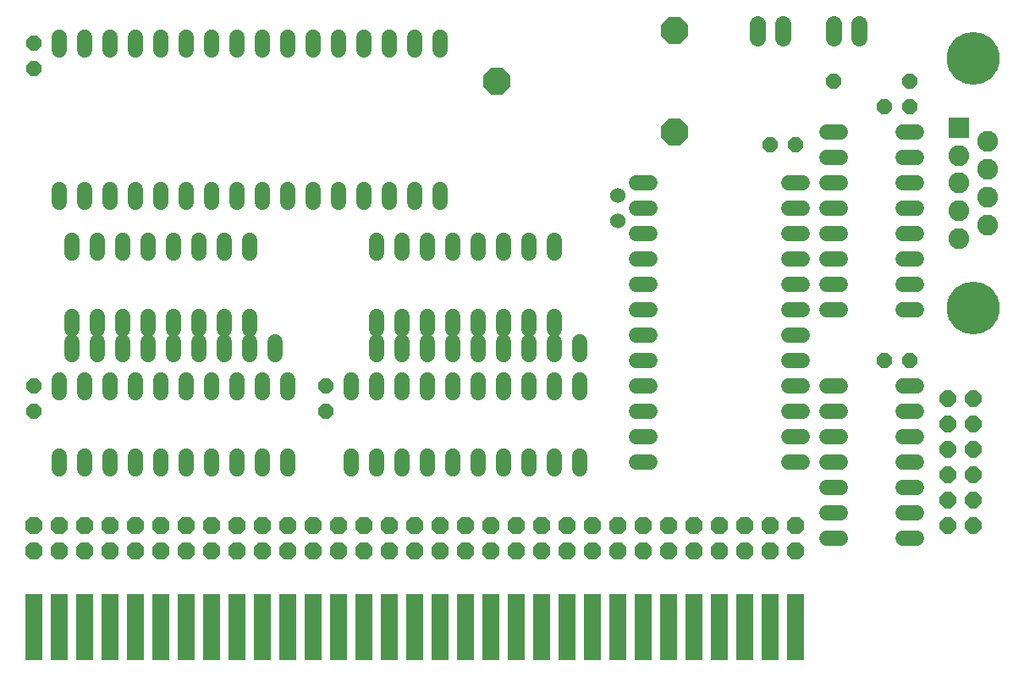
<source format=gts>
G75*
%MOIN*%
%OFA0B0*%
%FSLAX24Y24*%
%IPPOS*%
%LPD*%
%AMOC8*
5,1,8,0,0,1.08239X$1,22.5*
%
%ADD10R,0.0680X0.2630*%
%ADD11OC8,0.0680*%
%ADD12C,0.0600*%
%ADD13C,0.0640*%
%ADD14OC8,0.1080*%
%ADD15C,0.0600*%
%ADD16R,0.0820X0.0820*%
%ADD17C,0.0820*%
%ADD18C,0.2080*%
%ADD19OC8,0.0600*%
%ADD20OC8,0.0640*%
D10*
X001680Y001940D03*
X002680Y001940D03*
X003680Y001940D03*
X004680Y001940D03*
X005680Y001940D03*
X006680Y001940D03*
X007680Y001940D03*
X008680Y001940D03*
X009680Y001940D03*
X010680Y001940D03*
X011680Y001940D03*
X012680Y001940D03*
X013680Y001940D03*
X014680Y001940D03*
X015680Y001940D03*
X016680Y001940D03*
X017680Y001940D03*
X018680Y001940D03*
X019680Y001940D03*
X020680Y001940D03*
X021680Y001940D03*
X022680Y001940D03*
X023680Y001940D03*
X024680Y001940D03*
X025680Y001940D03*
X026680Y001940D03*
X027680Y001940D03*
X028680Y001940D03*
X029680Y001940D03*
X030680Y001940D03*
X031680Y001940D03*
D11*
X031680Y004940D03*
X030680Y004940D03*
X029680Y004940D03*
X028680Y004940D03*
X027680Y004940D03*
X026680Y004940D03*
X025680Y004940D03*
X024680Y004940D03*
X023680Y004940D03*
X022680Y004940D03*
X021680Y004940D03*
X020680Y004940D03*
X019680Y004940D03*
X018680Y004940D03*
X017680Y004940D03*
X016680Y004940D03*
X015680Y004940D03*
X014680Y004940D03*
X013680Y004940D03*
X012680Y004940D03*
X011680Y004940D03*
X010680Y004940D03*
X009680Y004940D03*
X008680Y004940D03*
X007680Y004940D03*
X006680Y004940D03*
X005680Y004940D03*
X004680Y004940D03*
X003680Y004940D03*
X002680Y004940D03*
X001680Y004940D03*
X001680Y005940D03*
X002680Y005940D03*
X003680Y005940D03*
X004680Y005940D03*
X005680Y005940D03*
X006680Y005940D03*
X007680Y005940D03*
X008680Y005940D03*
X009680Y005940D03*
X010680Y005940D03*
X011680Y005940D03*
X012680Y005940D03*
X013680Y005940D03*
X014680Y005940D03*
X015680Y005940D03*
X016680Y005940D03*
X017680Y005940D03*
X018680Y005940D03*
X019680Y005940D03*
X020680Y005940D03*
X021680Y005940D03*
X022680Y005940D03*
X023680Y005940D03*
X024680Y005940D03*
X025680Y005940D03*
X026680Y005940D03*
X027680Y005940D03*
X028680Y005940D03*
X029680Y005940D03*
X030680Y005940D03*
X031680Y005940D03*
D12*
X032920Y005440D02*
X033440Y005440D01*
X033440Y006440D02*
X032920Y006440D01*
X032920Y007440D02*
X033440Y007440D01*
X033440Y008440D02*
X032920Y008440D01*
X031940Y008440D02*
X031420Y008440D01*
X031420Y009440D02*
X031940Y009440D01*
X032920Y009440D02*
X033440Y009440D01*
X033440Y010440D02*
X032920Y010440D01*
X031940Y010440D02*
X031420Y010440D01*
X031420Y011440D02*
X031940Y011440D01*
X032920Y011440D02*
X033440Y011440D01*
X031940Y012440D02*
X031420Y012440D01*
X031420Y013440D02*
X031940Y013440D01*
X031940Y014440D02*
X031420Y014440D01*
X031420Y015440D02*
X031940Y015440D01*
X032920Y015440D02*
X033440Y015440D01*
X033440Y016440D02*
X032920Y016440D01*
X031940Y016440D02*
X031420Y016440D01*
X031420Y017440D02*
X031940Y017440D01*
X032920Y017440D02*
X033440Y017440D01*
X033440Y018440D02*
X032920Y018440D01*
X031940Y018440D02*
X031420Y018440D01*
X031420Y019440D02*
X031940Y019440D01*
X032920Y019440D02*
X033440Y019440D01*
X033440Y020440D02*
X032920Y020440D01*
X032920Y021440D02*
X033440Y021440D01*
X035920Y021440D02*
X036440Y021440D01*
X036440Y020440D02*
X035920Y020440D01*
X035920Y019440D02*
X036440Y019440D01*
X036440Y018440D02*
X035920Y018440D01*
X035920Y017440D02*
X036440Y017440D01*
X036440Y016440D02*
X035920Y016440D01*
X035920Y015440D02*
X036440Y015440D01*
X036440Y014440D02*
X035920Y014440D01*
X033440Y014440D02*
X032920Y014440D01*
X035920Y011440D02*
X036440Y011440D01*
X036440Y010440D02*
X035920Y010440D01*
X035920Y009440D02*
X036440Y009440D01*
X036440Y008440D02*
X035920Y008440D01*
X035920Y007440D02*
X036440Y007440D01*
X036440Y006440D02*
X035920Y006440D01*
X035920Y005440D02*
X036440Y005440D01*
X025940Y008440D02*
X025420Y008440D01*
X025420Y009440D02*
X025940Y009440D01*
X025940Y010440D02*
X025420Y010440D01*
X025420Y011440D02*
X025940Y011440D01*
X025940Y012440D02*
X025420Y012440D01*
X025420Y013440D02*
X025940Y013440D01*
X025940Y014440D02*
X025420Y014440D01*
X025420Y015440D02*
X025940Y015440D01*
X025940Y016440D02*
X025420Y016440D01*
X025420Y017440D02*
X025940Y017440D01*
X025940Y018440D02*
X025420Y018440D01*
X025420Y019440D02*
X025940Y019440D01*
X022180Y017200D02*
X022180Y016680D01*
X021180Y016680D02*
X021180Y017200D01*
X020180Y017200D02*
X020180Y016680D01*
X019180Y016680D02*
X019180Y017200D01*
X018180Y017200D02*
X018180Y016680D01*
X017180Y016680D02*
X017180Y017200D01*
X016180Y017200D02*
X016180Y016680D01*
X015180Y016680D02*
X015180Y017200D01*
X014680Y018680D02*
X014680Y019200D01*
X013680Y019200D02*
X013680Y018680D01*
X012680Y018680D02*
X012680Y019200D01*
X011680Y019200D02*
X011680Y018680D01*
X010680Y018680D02*
X010680Y019200D01*
X009680Y019200D02*
X009680Y018680D01*
X008680Y018680D02*
X008680Y019200D01*
X007680Y019200D02*
X007680Y018680D01*
X006680Y018680D02*
X006680Y019200D01*
X005680Y019200D02*
X005680Y018680D01*
X004680Y018680D02*
X004680Y019200D01*
X003680Y019200D02*
X003680Y018680D01*
X002680Y018680D02*
X002680Y019200D01*
X003180Y017200D02*
X003180Y016680D01*
X004180Y016680D02*
X004180Y017200D01*
X005180Y017200D02*
X005180Y016680D01*
X006180Y016680D02*
X006180Y017200D01*
X007180Y017200D02*
X007180Y016680D01*
X008180Y016680D02*
X008180Y017200D01*
X009180Y017200D02*
X009180Y016680D01*
X010180Y016680D02*
X010180Y017200D01*
X010180Y014200D02*
X010180Y013680D01*
X010180Y013200D02*
X010180Y012680D01*
X009180Y012680D02*
X009180Y013200D01*
X009180Y013680D02*
X009180Y014200D01*
X008180Y014200D02*
X008180Y013680D01*
X008180Y013200D02*
X008180Y012680D01*
X007180Y012680D02*
X007180Y013200D01*
X007180Y013680D02*
X007180Y014200D01*
X006180Y014200D02*
X006180Y013680D01*
X006180Y013200D02*
X006180Y012680D01*
X005180Y012680D02*
X005180Y013200D01*
X005180Y013680D02*
X005180Y014200D01*
X004180Y014200D02*
X004180Y013680D01*
X004180Y013200D02*
X004180Y012680D01*
X003180Y012680D02*
X003180Y013200D01*
X003180Y013680D02*
X003180Y014200D01*
X002680Y011700D02*
X002680Y011180D01*
X003680Y011180D02*
X003680Y011700D01*
X004680Y011700D02*
X004680Y011180D01*
X005680Y011180D02*
X005680Y011700D01*
X006680Y011700D02*
X006680Y011180D01*
X007680Y011180D02*
X007680Y011700D01*
X008680Y011700D02*
X008680Y011180D01*
X009680Y011180D02*
X009680Y011700D01*
X010680Y011700D02*
X010680Y011180D01*
X011680Y011180D02*
X011680Y011700D01*
X011180Y012680D02*
X011180Y013200D01*
X014180Y011700D02*
X014180Y011180D01*
X015180Y011180D02*
X015180Y011700D01*
X016180Y011700D02*
X016180Y011180D01*
X017180Y011180D02*
X017180Y011700D01*
X018180Y011700D02*
X018180Y011180D01*
X019180Y011180D02*
X019180Y011700D01*
X020180Y011700D02*
X020180Y011180D01*
X021180Y011180D02*
X021180Y011700D01*
X022180Y011700D02*
X022180Y011180D01*
X023180Y011180D02*
X023180Y011700D01*
X023180Y012680D02*
X023180Y013200D01*
X022180Y013200D02*
X022180Y012680D01*
X021180Y012680D02*
X021180Y013200D01*
X021180Y013680D02*
X021180Y014200D01*
X022180Y014200D02*
X022180Y013680D01*
X020180Y013680D02*
X020180Y014200D01*
X019180Y014200D02*
X019180Y013680D01*
X019180Y013200D02*
X019180Y012680D01*
X018180Y012680D02*
X018180Y013200D01*
X018180Y013680D02*
X018180Y014200D01*
X017180Y014200D02*
X017180Y013680D01*
X017180Y013200D02*
X017180Y012680D01*
X016180Y012680D02*
X016180Y013200D01*
X016180Y013680D02*
X016180Y014200D01*
X015180Y014200D02*
X015180Y013680D01*
X015180Y013200D02*
X015180Y012680D01*
X020180Y012680D02*
X020180Y013200D01*
X020180Y008700D02*
X020180Y008180D01*
X019180Y008180D02*
X019180Y008700D01*
X018180Y008700D02*
X018180Y008180D01*
X017180Y008180D02*
X017180Y008700D01*
X016180Y008700D02*
X016180Y008180D01*
X015180Y008180D02*
X015180Y008700D01*
X014180Y008700D02*
X014180Y008180D01*
X011680Y008180D02*
X011680Y008700D01*
X010680Y008700D02*
X010680Y008180D01*
X009680Y008180D02*
X009680Y008700D01*
X008680Y008700D02*
X008680Y008180D01*
X007680Y008180D02*
X007680Y008700D01*
X006680Y008700D02*
X006680Y008180D01*
X005680Y008180D02*
X005680Y008700D01*
X004680Y008700D02*
X004680Y008180D01*
X003680Y008180D02*
X003680Y008700D01*
X002680Y008700D02*
X002680Y008180D01*
X015680Y018680D02*
X015680Y019200D01*
X016680Y019200D02*
X016680Y018680D01*
X017680Y018680D02*
X017680Y019200D01*
X017680Y024680D02*
X017680Y025200D01*
X016680Y025200D02*
X016680Y024680D01*
X015680Y024680D02*
X015680Y025200D01*
X014680Y025200D02*
X014680Y024680D01*
X013680Y024680D02*
X013680Y025200D01*
X012680Y025200D02*
X012680Y024680D01*
X011680Y024680D02*
X011680Y025200D01*
X010680Y025200D02*
X010680Y024680D01*
X009680Y024680D02*
X009680Y025200D01*
X008680Y025200D02*
X008680Y024680D01*
X007680Y024680D02*
X007680Y025200D01*
X006680Y025200D02*
X006680Y024680D01*
X005680Y024680D02*
X005680Y025200D01*
X004680Y025200D02*
X004680Y024680D01*
X003680Y024680D02*
X003680Y025200D01*
X002680Y025200D02*
X002680Y024680D01*
X021180Y008700D02*
X021180Y008180D01*
X022180Y008180D02*
X022180Y008700D01*
X023180Y008700D02*
X023180Y008180D01*
D13*
X030180Y025160D02*
X030180Y025720D01*
X031180Y025720D02*
X031180Y025160D01*
X033180Y025160D02*
X033180Y025720D01*
X034180Y025720D02*
X034180Y025160D01*
D14*
X026930Y025440D03*
X026930Y021440D03*
X019930Y023440D03*
D15*
X024680Y018940D03*
X024680Y017940D03*
D16*
X038121Y021621D03*
D17*
X039239Y021074D03*
X038121Y020531D03*
X039239Y019983D03*
X038121Y019440D03*
X039239Y018897D03*
X038121Y018349D03*
X039239Y017806D03*
X038121Y017259D03*
D18*
X038680Y014519D03*
X038680Y024361D03*
D19*
X036180Y023440D03*
X036180Y022440D03*
X035180Y022440D03*
X033180Y023440D03*
X031680Y020940D03*
X030680Y020940D03*
X035180Y012440D03*
X036180Y012440D03*
X013180Y011440D03*
X013180Y010440D03*
X001680Y010440D03*
X001680Y011440D03*
X001680Y023940D03*
X001680Y024940D03*
D20*
X037680Y010940D03*
X038680Y010940D03*
X038680Y009940D03*
X037680Y009940D03*
X037680Y008940D03*
X038680Y008940D03*
X038680Y007940D03*
X037680Y007940D03*
X037680Y006940D03*
X038680Y006940D03*
X038680Y005940D03*
X037680Y005940D03*
M02*

</source>
